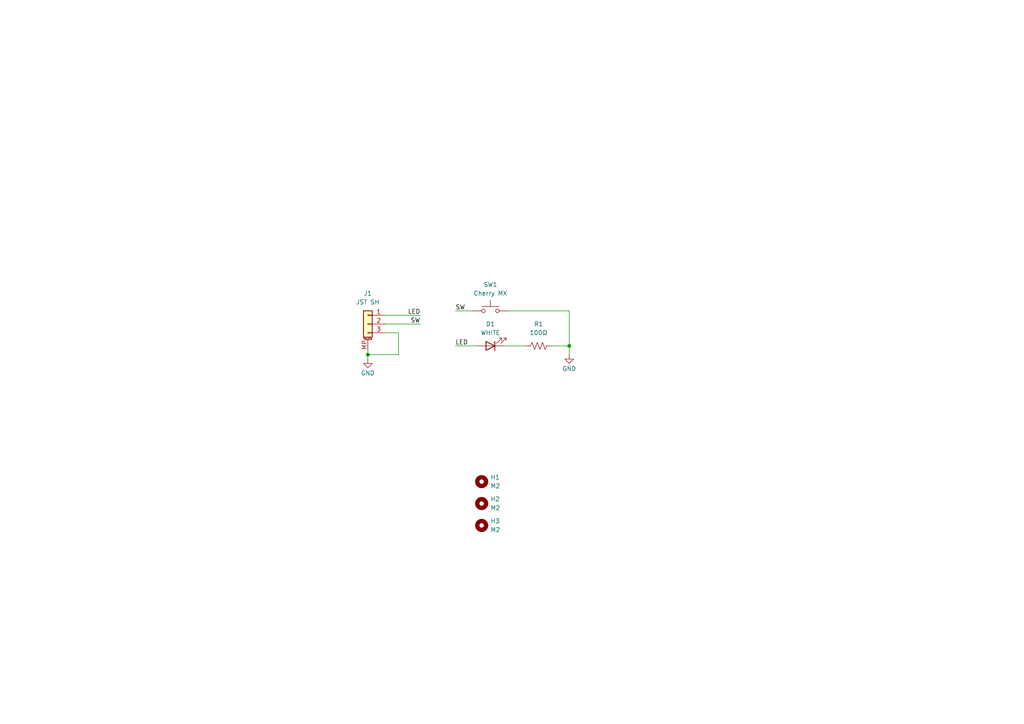
<source format=kicad_sch>
(kicad_sch (version 20250114) (generator "eeschema") (generator_version "9.0")
  (paper "A4")
  (title_block (title "Small Button PCB") (date "2025-04-13") (rev "V1") (company "Geeks For Kids") (comment 1 "Learn Science and Math Club"))
  (lib_symbols
    (symbol "Connector_Generic_MountingPin:Conn_01x03_MountingPin" (pin_names (offset 1.016) (hide yes))
      (property "Reference" "J" (at 0 5.08 0))
      (property "Value" "Conn_01x03_MountingPin" (at 1.27 -5.08 0))
      (symbol "Conn_01x03_MountingPin_1_1"
        (rectangle (start -1.27 3.81) (end 1.27 -3.81) (stroke (width 0.254)) (fill (type background)))
        (rectangle (start -1.27 2.667) (end 0 2.413) (stroke (width 0.1524)))
        (rectangle (start -1.27 0.127) (end 0 -0.127) (stroke (width 0.1524)))
        (rectangle (start -1.27 -2.413) (end 0 -2.667) (stroke (width 0.1524)))
        (polyline (pts (xy -1.016 -4.572) (xy 1.016 -4.572)) (stroke (width 0.1524)))
        (text "Mounting" (at 0 -4.191 0) (effects (font (size 0.381 0.381))))
        (pin passive line (at -5.08 2.54 0) (length 3.81) (name "Pin_1") (number "1"))
        (pin passive line (at -5.08 0 0) (length 3.81) (name "Pin_2") (number "2"))
        (pin passive line (at -5.08 -2.54 0) (length 3.81) (name "Pin_3") (number "3"))
        (pin passive line (at 0 -7.62 90) (length 3.048) (name "MountPin") (number "MP"))
      )
    )
    (symbol "Device:LED" (pin_numbers (hide yes)) (pin_names (offset 1.016) (hide yes))
      (property "Reference" "D" (at 0 2.54 0))
      (property "Value" "LED" (at 0 -2.54 0))
      (symbol "LED_0_1"
        (polyline (pts (xy -3.048 -0.762) (xy -4.572 -2.286) (xy -3.81 -2.286) (xy -4.572 -2.286) (xy -4.572 -1.524)))
        (polyline (pts (xy -1.778 -0.762) (xy -3.302 -2.286) (xy -2.54 -2.286) (xy -3.302 -2.286) (xy -3.302 -1.524)))
        (polyline (pts (xy -1.27 0) (xy 1.27 0)))
        (polyline (pts (xy -1.27 -1.27) (xy -1.27 1.27)) (stroke (width 0.254)))
        (polyline (pts (xy 1.27 -1.27) (xy 1.27 1.27) (xy -1.27 0) (xy 1.27 -1.27)) (stroke (width 0.254)))
      )
      (symbol "LED_1_1"
        (pin passive line (at -3.81 0 0) (length 2.54) (name "K") (number "1"))
        (pin passive line (at 3.81 0 180) (length 2.54) (name "A") (number "2"))
      )
    )
    (symbol "Device:R_US" (pin_numbers (hide yes)) (pin_names (offset 0))
      (property "Reference" "R" (at 2.54 0 90))
      (property "Value" "R_US" (at -2.54 0 90))
      (symbol "R_US_0_1"
        (polyline (pts (xy 0 2.286) (xy 0 2.54)))
        (polyline (pts (xy 0 2.286) (xy 1.016 1.905) (xy 0 1.524) (xy -1.016 1.143) (xy 0 0.762)))
        (polyline (pts (xy 0 0.762) (xy 1.016 0.381) (xy 0 0) (xy -1.016 -0.381) (xy 0 -0.762)))
        (polyline (pts (xy 0 -0.762) (xy 1.016 -1.143) (xy 0 -1.524) (xy -1.016 -1.905) (xy 0 -2.286)))
        (polyline (pts (xy 0 -2.286) (xy 0 -2.54)))
      )
      (symbol "R_US_1_1"
        (pin passive line (at 0 3.81 270) (length 1.27) (name "~") (number "1"))
        (pin passive line (at 0 -3.81 90) (length 1.27) (name "~") (number "2"))
      )
    )
    (symbol "Mechanical:MountingHole" (pin_names (offset 1.016)) (exclude_from_sim yes) (in_bom no)
      (property "Reference" "H" (at 0 5.08 0))
      (property "Value" "MountingHole" (at 0 3.175 0))
      (symbol "MountingHole_0_1"
        (circle (center 0 0) (radius 1.27) (stroke (width 1.27)))
      )
    )
    (symbol "Switch:SW_Push" (pin_numbers (hide yes)) (pin_names (offset 1.016) (hide yes))
      (property "Reference" "SW" (at 1.27 2.54 0))
      (property "Value" "SW_Push" (at 0 -1.524 0))
      (symbol "SW_Push_0_1"
        (circle (center -2.032 0) (radius 0.508))
        (polyline (pts (xy 0 1.27) (xy 0 3.048)))
        (circle (center 2.032 0) (radius 0.508))
        (polyline (pts (xy 2.54 1.27) (xy -2.54 1.27)))
        (pin passive line (at -5.08 0 0) (length 2.54) (name "1") (number "1"))
        (pin passive line (at 5.08 0 180) (length 2.54) (name "2") (number "2"))
      )
    )
    (symbol "power:GND" (power) (pin_numbers (hide yes)) (pin_names (offset 0) (hide yes))
      (property "Value" "GND" (at 0 -3.81 0))
      (symbol "GND_0_1"
        (polyline (pts (xy 0 0) (xy 0 -1.27) (xy 1.27 -1.27) (xy 0 -2.54) (xy -1.27 -1.27) (xy 0 -1.27)))
      )
      (symbol "GND_1_1"
        (pin power_in line (at 0 0 270) (length 0) (name "~") (number "1"))
      )
    )
  )
  (junction (at 106.68 102.87))
  (junction (at 165.1 100.33))
  (wire (pts (xy 106.68 101.6) (xy 106.68 102.87)))
  (wire (pts (xy 115.57 102.87) (xy 106.68 102.87)))
  (wire (pts (xy 115.57 96.52) (xy 115.57 102.87)))
  (wire (pts (xy 165.1 90.17) (xy 165.1 100.33)))
  (wire (pts (xy 132.08 90.17) (xy 137.16 90.17)))
  (wire (pts (xy 111.76 93.98) (xy 121.92 93.98)))
  (wire (pts (xy 111.76 91.44) (xy 121.92 91.44)))
  (wire (pts (xy 147.32 90.17) (xy 165.1 90.17)))
  (wire (pts (xy 111.76 96.52) (xy 115.57 96.52)))
  (wire (pts (xy 160.02 100.33) (xy 165.1 100.33)))
  (wire (pts (xy 106.68 102.87) (xy 106.68 104.14)))
  (wire (pts (xy 132.08 100.33) (xy 138.43 100.33)))
  (wire (pts (xy 165.1 100.33) (xy 165.1 102.87)))
  (wire (pts (xy 146.05 100.33) (xy 152.4 100.33)))
  (label "SW" (at 132.08 90.17 0))
  (label "LED" (at 132.08 100.33 0))
  (label "LED" (at 121.92 91.44 180))
  (label "SW" (at 121.92 93.98 180))
  (symbol (lib_id "Mechanical:MountingHole") (at 139.7 146.05 0) (unit 1) (exclude_from_sim yes) (in_bom no)
    (property "Reference" "H2" (at 142.24 144.7799 0) (effects (justify left)))
    (property "Value" "M2" (at 142.24 147.3199 0) (effects (justify left)))
    (property "Footprint" "MountingHole:MountingHole_2.2mm_M2_DIN965" (effects (hide yes)))
    (property "Description" "Mounting Hole without connection" (effects (hide yes)))
  )
  (symbol (lib_id "Device:R_US") (at 156.21 100.33 90) (unit 1)
    (property "Reference" "R1" (at 156.21 93.98 90))
    (property "Value" "100Ω" (at 156.21 96.52 90))
    (property "Footprint" "Resistor_SMD:R_0603_1608Metric" (effects (hide yes)))
    (property "Description" "Resistor, US symbol" (effects (hide yes)))
    (property "MPN" "C22775" (effects (hide yes)))
  )
  (symbol (lib_id "Connector_Generic_MountingPin:Conn_01x03_MountingPin") (at 106.68 93.98 0) (mirror y) (unit 1)
    (property "Reference" "J1" (at 106.68 85.09 0))
    (property "Value" "JST SH" (at 106.68 87.63 0))
    (property "Footprint" "Connector_JST:JST_SH_SM03B-SRSS-TB_1x03-1MP_P1.00mm_Horizontal" (effects (hide yes)))
    (property "Description" "Generic connectable mounting pin connector, single row, 01x03, script generated (kicad-library-utils/schlib/autogen/connector/)" (effects (hide yes)))
    (property "MPN" "C160403" (effects (hide yes)))
  )
  (symbol (lib_id "Mechanical:MountingHole") (at 139.7 152.4 0) (unit 1) (exclude_from_sim yes) (in_bom no)
    (property "Reference" "H3" (at 142.24 151.1299 0) (effects (justify left)))
    (property "Value" "M2" (at 142.24 153.6699 0) (effects (justify left)))
    (property "Footprint" "MountingHole:MountingHole_2.2mm_M2_DIN965" (effects (hide yes)))
    (property "Description" "Mounting Hole without connection" (effects (hide yes)))
  )
  (symbol (lib_id "Mechanical:MountingHole") (at 139.7 139.7 0) (unit 1) (exclude_from_sim yes) (in_bom no)
    (property "Reference" "H1" (at 142.24 138.4299 0) (effects (justify left)))
    (property "Value" "M2" (at 142.24 140.9699 0) (effects (justify left)))
    (property "Footprint" "MountingHole:MountingHole_2.2mm_M2_DIN965" (effects (hide yes)))
    (property "Description" "Mounting Hole without connection" (effects (hide yes)))
  )
  (symbol (lib_id "power:GND") (at 106.68 104.14 0) (unit 1)
    (property "Reference" "#PWR01" (effects (hide yes)))
    (property "Value" "GND" (at 106.68 108.204 0))
    (property "Description" "Power symbol creates a global label with name \"GND\" , ground" (effects (hide yes)))
  )
  (symbol (lib_id "Device:LED") (at 142.24 100.33 180) (unit 1)
    (property "Reference" "D1" (at 142.24 93.98 0))
    (property "Value" "WHITE" (at 142.24 96.52 0))
    (property "Footprint" "LED_THT:LED_D3.0mm" (effects (hide yes)))
    (property "Description" "Light emitting diode" (effects (hide yes)))
    (property "MPN" "C210322" (effects (hide yes)))
  )
  (symbol (lib_id "Switch:SW_Push") (at 142.24 90.17 0) (unit 1) (in_bom no)
    (property "Reference" "SW1" (at 142.24 82.55 0))
    (property "Value" "Cherry MX" (at 142.24 85.09 0))
    (property "Footprint" "Button_Switch_Keyboard:SW_Cherry_MX_1.00u_PCB" (effects (hide yes)))
    (property "Description" "Push button switch, generic, two pins" (effects (hide yes)))
    (property "MPN" "C400229" (effects (hide yes)))
  )
  (symbol (lib_id "power:GND") (at 165.1 102.87 0) (unit 1)
    (property "Reference" "#PWR02" (effects (hide yes)))
    (property "Value" "GND" (at 165.1 106.934 0))
    (property "Description" "Power symbol creates a global label with name \"GND\" , ground" (effects (hide yes)))
  )
)
</source>
